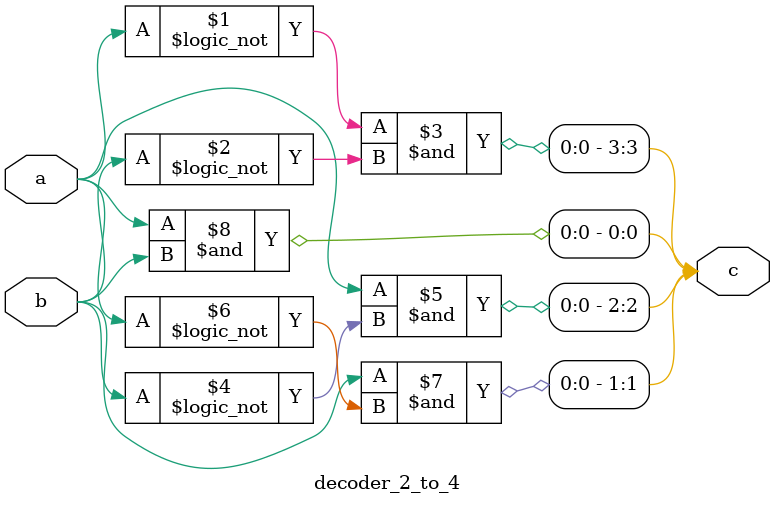
<source format=v>
module decoder_2_to_4 (
    input a,
    input b,
    output [3:0] c
);

assign c[3] = (!a) & (!b);
assign c[2] = a & (!b);
assign c[1] = b & (!a);
assign c[0] = a & b;

endmodule

</source>
